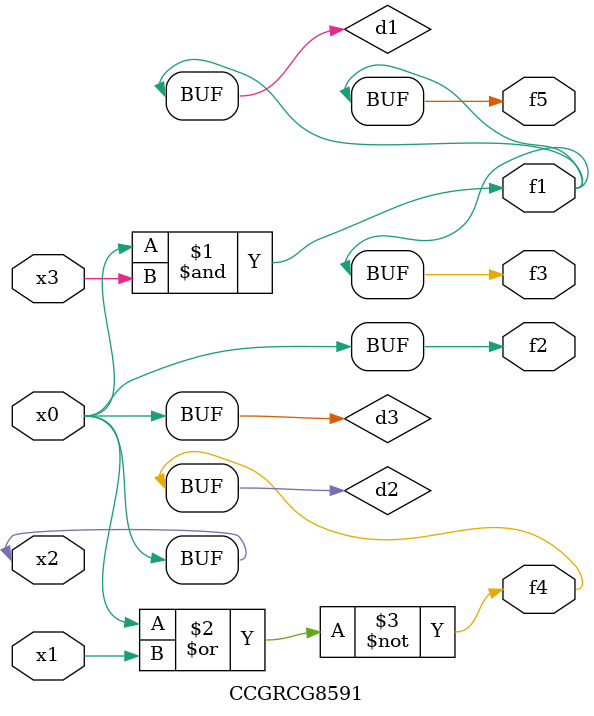
<source format=v>
module CCGRCG8591(
	input x0, x1, x2, x3,
	output f1, f2, f3, f4, f5
);

	wire d1, d2, d3;

	and (d1, x2, x3);
	nor (d2, x0, x1);
	buf (d3, x0, x2);
	assign f1 = d1;
	assign f2 = d3;
	assign f3 = d1;
	assign f4 = d2;
	assign f5 = d1;
endmodule

</source>
